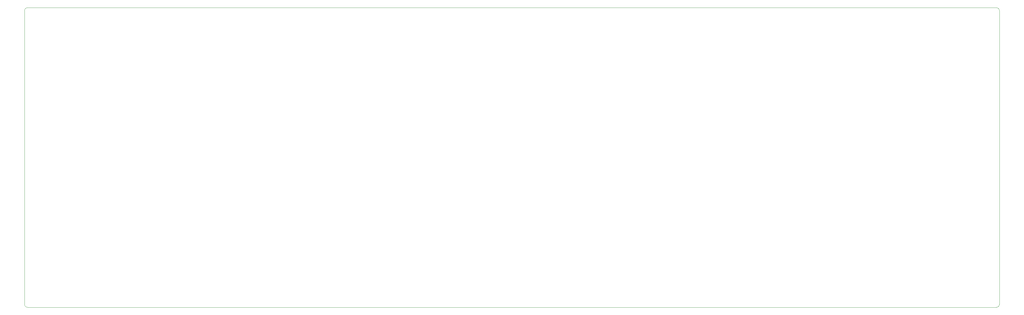
<source format=gbr>
G04 #@! TF.GenerationSoftware,KiCad,Pcbnew,8.0.5*
G04 #@! TF.CreationDate,2025-03-18T10:54:50-07:00*
G04 #@! TF.ProjectId,keyboard,6b657962-6f61-4726-942e-6b696361645f,rev?*
G04 #@! TF.SameCoordinates,Original*
G04 #@! TF.FileFunction,Profile,NP*
%FSLAX46Y46*%
G04 Gerber Fmt 4.6, Leading zero omitted, Abs format (unit mm)*
G04 Created by KiCad (PCBNEW 8.0.5) date 2025-03-18 10:54:50*
%MOMM*%
%LPD*%
G01*
G04 APERTURE LIST*
G04 #@! TA.AperFunction,Profile*
%ADD10C,0.100000*%
G04 #@! TD*
G04 APERTURE END LIST*
D10*
X87500500Y-96000000D02*
X87500500Y-189250000D01*
X400499393Y-190500000D02*
G75*
G02*
X399499393Y-191499993I-999993J0D01*
G01*
X87500500Y-96000000D02*
G75*
G02*
X88500500Y-95000000I1000000J0D01*
G01*
X399499500Y-95000000D02*
X88500500Y-95000000D01*
X400500000Y-189250000D02*
X400500000Y-96000000D01*
X400500000Y-189250000D02*
X400499393Y-190500000D01*
X88500000Y-191500000D02*
G75*
G02*
X87500000Y-190500000I0J1000000D01*
G01*
X399500000Y-95000000D02*
G75*
G02*
X400500000Y-96000000I0J-1000000D01*
G01*
X87500500Y-189250000D02*
X87500000Y-190500000D01*
X88500000Y-191500000D02*
X399499000Y-191500000D01*
M02*

</source>
